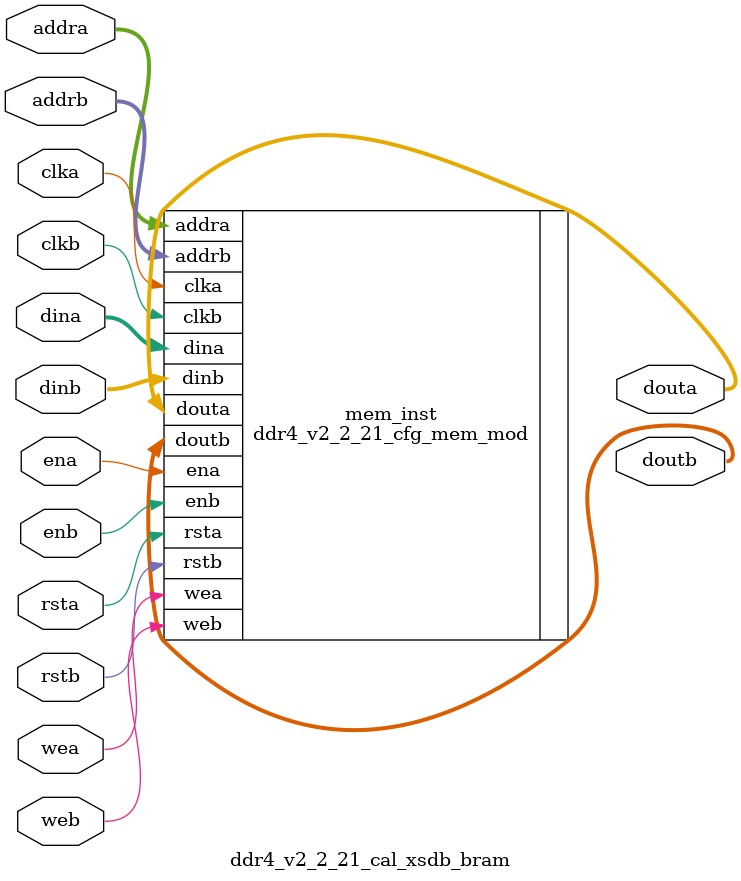
<source format=sv>
/******************************************************************************

******************************************************************************/
//   ____  ____
//  /   /\/   /
// /___/  \  /    Vendor             : AMD
// \   \   \/     Version            : 2.0
//  \   \         Application        : MIG
//  /   /         Filename           : ddr4_v2_2_21_cal_xsdb_bram.sv
// /___/   /\     Date Last Modified : $Date: 2015/04/23 $
// \   \  /  \    Date Created       : Tue May 13 2014
//  \___\/\___\
//
// Device           : UltraScale
// Design Name      : DDR4 SDRAM & DDR3 SDRAM
// Purpose          :
//                   ddr4_v2_2_21_cal_xsdb_bram module
// Reference        :
// Revision History :
//*****************************************************************************
`timescale 1ns / 1ps

(* bram_map="yes" *)

module ddr4_v2_2_21_cal_xsdb_bram
    #(	
    
		parameter       	  MEM                        	  =  "DDR4"
		,parameter       	  DBYTES                     	  =  8 //4
		,parameter            START_ADDRESS                   =  18
		,parameter  		  SPREAD_SHEET_VERSION            =  2
		,parameter            RTL_VERSION                     =  0
		,parameter            MEM_CODE                        =  0
		,parameter  		  MEMORY_TYPE                     =  (MEM == "DDR4") ? 2 : 1
		,parameter            MEMORY_CONFIGURATION            =  1
		,parameter            MEMORY_VOLTAGE                  =  1
        ,parameter            CLKFBOUT_MULT_PLL               =  4
        ,parameter            DIVCLK_DIVIDE_PLL               =  1
        ,parameter            CLKOUT0_DIVIDE_PLL              =  1
        ,parameter            CLKFBOUT_MULT_MMCM              =  4
        ,parameter            DIVCLK_DIVIDE_MMCM              =  1
        ,parameter            CLKOUT0_DIVIDE_MMCM             =  4
		,parameter  		  DQBITS	                      =  64
		,parameter			  NIBBLE                          =  DQBITS/4
		,parameter  		  BITS_PER_BYTE                   =  8 //DQBITS/DBYTES
		,parameter  		  SLOTS                   =  1
		,parameter  		  ABITS                           =  10
		,parameter  		  BABITS                          =  2
		,parameter       	  BGBITS              	          =  2
		,parameter       	  CKEBITS                  		  =  4
		,parameter       	  CSBITS             	          =  4
		,parameter       	  ODTBITS                    	  =  4
		,parameter       	  DRAM_WIDTH                 	  =  8      // # of DQ per DQS
		,parameter       	  RANKS                      	  =  4 // 1      //1, 2, 3, or 4
		,parameter            S_HEIGHT                        =  1
		,parameter       	  nCK_PER_CLK                	  =  1      // # of memory CKs per fabric CLK
        ,parameter            tCK                             =  2000		
		,parameter       	  DM_DBI_SETTING             	  =  7     //// 3bits requried all 7
		,parameter            BISC_EN                         =  0
		,parameter       	  USE_CS_PORT             	      =  1     //// 1 bit
		,parameter            EXTRA_CMD_DELAY                 =  0     //// 1 bit
		,parameter            REG_CTRL_ON                     =  0     // RDIMM register control
		,parameter            CA_MIRROR                       =  0     //// 1 bit
		,parameter       	  DQS_GATE                   	  =  7
		,parameter       	  WRLVL                      	  =  7
		,parameter       	  RDLVL                      	  =  7
		,parameter       	  RDLVL_DBI                       =  7
		,parameter       	  WR_DQS_DQ                  	  =  7
		,parameter       	  WR_DQS_DM_DBI                   =  7
		,parameter            WRITE_LAT                       =  7
		,parameter       	  RDLVL_COMPLEX                   =  3     ///2 bits required all 3
		,parameter       	  WR_DQS_COMPLEX                  =  3     ///2 bits required all 3
		,parameter       	  DQS_TRACKING               	  =  3
		,parameter       	  RD_VREF                    	  =  3
		,parameter       	  RD_VREF_PATTERN                 =  3
		,parameter       	  WR_VREF                    	  =  3
		,parameter       	  WR_VREF_PATTERN                 =  3
		,parameter       	  DQS_SAMPLE_CNT             	  =  127
		,parameter       	  WRLVL_SAMPLE_CNT           	  =  255
		,parameter       	  RDLVL_SAMPLE_CNT           	  =  127
		,parameter       	  COMPLEX_LOOP_CNT           	  =  255
		,parameter       	  IODELAY_QTR_CK_TAP_CNT     	  =  255
		,parameter       	  DEBUG_MESSAGES     	          =  0
		,parameter         	  MR0                     		  =  13'b0000000110000
		,parameter         	  MR1                     		  =  13'b0000100000001 //RTT_NOM=RZQ/4 (60 Ohm)
		,parameter         	  MR2                     		  =  13'b0000000011000
		,parameter         	  MR3                     		  =  13'b0000000000000
		,parameter         	  MR4                     		  =  13'b0000000000000
		,parameter         	  MR5                     		  =  13'b0010000000000
		,parameter         	  MR6                     		  =  13'b0100000000000
		,parameter            ODTWR                           = 16'h0000
		,parameter            ODTRD                           = 16'h0000
		,parameter            SLOT0_CONFIG                    = 0     // all 9 bits
		,parameter            SLOT1_CONFIG                    = 0     // all 9 bits
		,parameter            SLOT0_FUNC_CS                   = 0     // all 9 bits
		,parameter            SLOT1_FUNC_CS                   = 0     // all 9 bits
		,parameter            SLOT0_ODD_CS                    = 0     // all 9 bits
		,parameter            SLOT1_ODD_CS                    = 0     // all 9 bits
		,parameter            DDR4_REG_RC03                   = 0     // all 9 bits
		,parameter            DDR4_REG_RC04                   = 0     // all 9 bits
		,parameter            DDR4_REG_RC05                   = 0     // all 9 bits
		,parameter            DDR4_REG_RC3X                   = 0     // all 9 bits
		
		,parameter         	  MR0_0                   		  =  MR0[8:0]
		,parameter         	  MR0_1                   		  =  {5'b0,MR0[12:9]}
		,parameter         	  MR1_0                   		  =  MR1[8:0]
		,parameter         	  MR1_1                   		  =  {5'b0,MR1[12:9]}
		,parameter         	  MR2_0                   	 	  =  MR2[8:0]
		,parameter         	  MR2_1                   		  =  {5'b0,MR2[12:9]}
		,parameter         	  MR3_0                   		  =  MR3[8:0]
		,parameter         	  MR3_1                   		  =  {5'b0,MR3[12:9]}
		,parameter         	  MR4_0                   		  =  MR4[8:0]
		,parameter         	  MR4_1                   		  =  {5'b0,MR4[12:9]}
		,parameter         	  MR5_0                   		  =  MR5[8:0]
		,parameter         	  MR5_1                   		  =  {5'b0,MR5[12:9]}
		,parameter         	  MR6_0                   		  =  MR6[8:0]
		,parameter         	  MR6_1                   		  =  {5'b0,MR6[12:9]}
  
       ,parameter NUM_BRAMS    = 1
	   ,parameter SIZE         = 36 * 1024 * NUM_BRAMS
    // Specify INITs as 9 bit blocks (256 locations per blockRAM)
       ,parameter ADDR_WIDTH   = 16
	   ,parameter DATA_WIDTH   = 9
       ,parameter PIPELINE_REG = 1 
    )
  (
	
		clka,
		clkb,
		ena,
		enb,
		addra,
		addrb,
		dina,
		dinb,
		douta,
		doutb,
		wea,
		web,
		rsta,
		rstb
);
input clka;
input clkb;
input ena;
input enb;
input [ADDR_WIDTH-1:0]addra;
input [ADDR_WIDTH-1:0]addrb;
input [DATA_WIDTH-1:0]dina;
input [DATA_WIDTH-1:0]dinb;
input wea;
input web;
input rsta;
input rstb;
output reg [DATA_WIDTH-1:0]douta;
output reg [DATA_WIDTH-1:0]doutb;


// Initial values to the BlockRam 0
localparam [8:0] mem0_init_0 = {4'b0,START_ADDRESS[4:0]};
localparam [8:0] mem0_init_1 = 9'b0;
localparam [8:0] mem0_init_2 = 9'b0;
localparam [8:0] mem0_init_3 = {5'b0,SPREAD_SHEET_VERSION[3:0]};
localparam [8:0] mem0_init_4 = {6'b0,MEMORY_TYPE[2:0]};
localparam [8:0] mem0_init_5 = RANKS;
localparam [8:0] mem0_init_6 = DBYTES[8:0]; // MAN - repeats DBYTES parameter (may hardwire to BYTES for initial SW compatability)
localparam [8:0] mem0_init_7 = NIBBLE[8:0];
localparam [8:0] mem0_init_8 = BITS_PER_BYTE[8:0];
localparam [8:0] mem0_init_9 = 9'b1;
localparam [8:0] mem0_init_10 = 9'b1;
localparam [8:0] mem0_init_11 = 9'b1;
localparam [8:0] mem0_init_12 = SLOTS;
localparam [8:0] mem0_init_13 = 9'b0;
localparam [8:0] mem0_init_14 = 9'b0;
localparam [8:0] mem0_init_15 = 9'b0;
localparam [8:0] mem0_init_16 = 9'b0;
localparam [8:0] mem0_init_17 = 9'b0;
localparam [8:0] mem0_init_18 = RTL_VERSION[8:0];
localparam [8:0] mem0_init_19 = 9'b0;
localparam [8:0] mem0_init_20 = NUM_BRAMS[8:0];
localparam [8:0] mem0_init_21 = {BGBITS[1:0],BABITS[1:0],ABITS[4:0]};
localparam [8:0] mem0_init_22 = {ODTBITS[2:0],CSBITS[2:0],CKEBITS[2:0]};
localparam [8:0] mem0_init_23 = DBYTES[8:0];
localparam [8:0] mem0_init_24 = DRAM_WIDTH[8:0];
localparam [8:0] mem0_init_25 = {CA_MIRROR[0],REG_CTRL_ON[0],EXTRA_CMD_DELAY[0],USE_CS_PORT[0],BISC_EN[0],DM_DBI_SETTING[2:0],nCK_PER_CLK[0]};
localparam [8:0] mem0_init_26 = {RDLVL[2:0],WRLVL[2:0],DQS_GATE[2:0]};
localparam [8:0] mem0_init_27 = {WR_DQS_DM_DBI[2:0],WR_DQS_DQ[2:0],RDLVL_DBI[2:0]};
localparam [8:0] mem0_init_28 = {WR_DQS_COMPLEX[2:0],RDLVL_COMPLEX[2:0],WRITE_LAT[2:0]};
localparam [8:0] mem0_init_29 = {DEBUG_MESSAGES[0],RD_VREF_PATTERN[1:0],WR_VREF_PATTERN[1:0],RD_VREF[1:0],WR_VREF[1:0]};
localparam [8:0] mem0_init_30 = {7'b0,DQS_TRACKING[1:0]};
localparam [8:0] mem0_init_31 = DQS_SAMPLE_CNT[8:0];
localparam [8:0] mem0_init_32 = WRLVL_SAMPLE_CNT[8:0];
localparam [8:0] mem0_init_33 = RDLVL_SAMPLE_CNT[8:0];
localparam [8:0] mem0_init_34 = COMPLEX_LOOP_CNT[8:0];
localparam [8:0] mem0_init_35 = IODELAY_QTR_CK_TAP_CNT[8:0];
localparam [8:0] mem0_init_36 = {5'b0,S_HEIGHT[3:0]};
localparam [8:0] mem0_init_37 = 9'b0;
localparam [8:0] mem0_init_38 = 9'b0;
localparam [8:0] mem0_init_39 = 9'b0;
localparam [8:0] mem0_init_40 = {1'b0, ODTWR[7:0]};
localparam [8:0] mem0_init_41 = {1'b0, ODTWR[15:8]};
localparam [8:0] mem0_init_42 = {1'b0, ODTRD[7:0]};
localparam [8:0] mem0_init_43 = {1'b0, ODTRD[15:8]};
localparam [8:0] mem0_init_44 = SLOT0_CONFIG;
localparam [8:0] mem0_init_45 = SLOT1_CONFIG;
localparam [8:0] mem0_init_46 = SLOT0_FUNC_CS;
localparam [8:0] mem0_init_47 = SLOT1_FUNC_CS;
localparam [8:0] mem0_init_48 = SLOT0_ODD_CS;
localparam [8:0] mem0_init_49 = SLOT1_ODD_CS;
localparam [8:0] mem0_init_50 = DDR4_REG_RC03;
localparam [8:0] mem0_init_51 = DDR4_REG_RC04;
localparam [8:0] mem0_init_52 = DDR4_REG_RC05;
localparam [8:0] mem0_init_53 = DDR4_REG_RC3X;
localparam [8:0] mem0_init_54 = MR0_0[8:0];
localparam [8:0] mem0_init_55 = MR0_1[8:0];
localparam [8:0] mem0_init_56 = MR1_0[8:0];
localparam [8:0] mem0_init_57 = MR1_1[8:0];
localparam [8:0] mem0_init_58 = MR2_0[8:0];
localparam [8:0] mem0_init_59 = MR2_1[8:0];
localparam [8:0] mem0_init_60 = MR3_0[8:0];
localparam [8:0] mem0_init_61 = MR3_1[8:0];
localparam [8:0] mem0_init_62 = MR4_0[8:0];
localparam [8:0] mem0_init_63 = MR4_1[8:0];
localparam [8:0] mem0_init_64 = MR5_0[8:0];
localparam [8:0] mem0_init_65 = MR5_1[8:0];
localparam [8:0] mem0_init_66 = MR6_0[8:0];
localparam [8:0] mem0_init_67 = MR6_1[8:0];
localparam [8:0] mem0_init_68 = 9'b0;
localparam [8:0] mem0_init_69 = tCK[8:0];
localparam [8:0] mem0_init_70 = tCK[16:9];
localparam [8:0] mem0_init_71 = MEMORY_CONFIGURATION[8:0];
localparam [8:0] mem0_init_72 = MEMORY_VOLTAGE[8:0];
localparam [8:0] mem0_init_73 = CLKFBOUT_MULT_PLL[8:0];
localparam [8:0] mem0_init_74 = DIVCLK_DIVIDE_PLL[8:0];
localparam [8:0] mem0_init_75 = CLKFBOUT_MULT_MMCM[8:0];
localparam [8:0] mem0_init_76 = DIVCLK_DIVIDE_MMCM[8:0];
localparam [8:0] mem0_init_77 = 9'b0;
localparam [8:0] mem0_init_78 = 9'b0;
localparam [8:0] mem0_init_79 = 9'b0;
localparam [8:0] mem0_init_80 = 9'b0;
localparam [8:0] mem0_init_81 = 9'b0;
localparam [8:0] mem0_init_82 = 9'b0;
localparam [8:0] mem0_init_83 = 9'b0;
localparam [8:0] mem0_init_84 = 9'b0;
localparam [8:0] mem0_init_85 = 9'b0;
localparam [8:0] mem0_init_86 = 9'b0;
localparam [8:0] mem0_init_87 = 9'b0;
localparam [8:0] mem0_init_88 = 9'b0;
localparam [8:0] mem0_init_89 = 9'b0;
localparam [8:0] mem0_init_90 = 9'b0;
localparam [8:0] mem0_init_91 = 9'b0;
localparam [8:0] mem0_init_92 = 9'b0;
localparam [8:0] mem0_init_93 = 9'b0;
localparam [8:0] mem0_init_94 = 9'b0;
localparam [8:0] mem0_init_95 = 9'b0;
localparam [8:0] mem0_init_96 = 9'b0;
localparam [8:0] mem0_init_97 = 9'b0;
localparam [8:0] mem0_init_98 = 9'b0;
localparam [8:0] mem0_init_99 = 9'b0;
localparam [8:0] mem0_init_100 = 9'b0;
localparam [8:0] mem0_init_101 = 9'b0;
localparam [8:0] mem0_init_102 = 9'b0;
localparam [8:0] mem0_init_103 = 9'b0;
localparam [8:0] mem0_init_104 = 9'b0;
localparam [8:0] mem0_init_105 = 9'b0;
localparam [8:0] mem0_init_106 = 9'b0;
localparam [8:0] mem0_init_107 = 9'b0;
localparam [8:0] mem0_init_108 = 9'b0;
localparam [8:0] mem0_init_109 = 9'b0;
localparam [8:0] mem0_init_110 = 9'b0;
localparam [8:0] mem0_init_111 = 9'b0;
localparam [8:0] mem0_init_112 = 9'b0;
localparam [8:0] mem0_init_113 = 9'b0;
localparam [8:0] mem0_init_114 = 9'b0;
localparam [8:0] mem0_init_115 = 9'b0;
localparam [8:0] mem0_init_116 = 9'b0;
localparam [8:0] mem0_init_117 = 9'b0;
localparam [8:0] mem0_init_118 = 9'b0;
localparam [8:0] mem0_init_119 = 9'b0;
localparam [8:0] mem0_init_120 = 9'b0;
localparam [8:0] mem0_init_121 = 9'b0;
localparam [8:0] mem0_init_122 = 9'b0;
localparam [8:0] mem0_init_123 = 9'b0;
localparam [8:0] mem0_init_124 = 9'b0;
localparam [8:0] mem0_init_125 = 9'b0;
localparam [8:0] mem0_init_126 = 9'b0;
localparam [8:0] mem0_init_127 = 9'b0;
localparam [8:0] mem0_init_128 = 9'b0;
localparam [8:0] mem0_init_129 = 9'b0;
localparam [8:0] mem0_init_130 = 9'b0;
localparam [8:0] mem0_init_131 = 9'b0;
localparam [8:0] mem0_init_132 = 9'b0;
localparam [8:0] mem0_init_133 = 9'b0;
localparam [8:0] mem0_init_134 = 9'b0;
localparam [8:0] mem0_init_135 = 9'b0;
localparam [8:0] mem0_init_136 = 9'b0;
localparam [8:0] mem0_init_137 = 9'b0;
localparam [8:0] mem0_init_138 = 9'b0;
localparam [8:0] mem0_init_139 = 9'b0;
localparam [8:0] mem0_init_140 = 9'b0;
localparam [8:0] mem0_init_141 = 9'b0;
localparam [8:0] mem0_init_142 = 9'b0;
localparam [8:0] mem0_init_143 = 9'b0;
localparam [8:0] mem0_init_144 = 9'b0;
localparam [8:0] mem0_init_145 = 9'b0;
localparam [8:0] mem0_init_146 = 9'b0;
localparam [8:0] mem0_init_147 = 9'b0;
localparam [8:0] mem0_init_148 = 9'b0;
localparam [8:0] mem0_init_149 = 9'b0;
localparam [8:0] mem0_init_150 = 9'b0;
localparam [8:0] mem0_init_151 = 9'b0;
localparam [8:0] mem0_init_152 = 9'b0;
localparam [8:0] mem0_init_153 = 9'b0;
localparam [8:0] mem0_init_154 = 9'b0;
localparam [8:0] mem0_init_155 = 9'b0;
localparam [8:0] mem0_init_156 = 9'b0;
localparam [8:0] mem0_init_157 = 9'b0;
localparam [8:0] mem0_init_158 = 9'b0;
localparam [8:0] mem0_init_159 = 9'b0;
localparam [8:0] mem0_init_160 = 9'b0;
localparam [8:0] mem0_init_161 = 9'b0;
localparam [8:0] mem0_init_162 = 9'b0;
localparam [8:0] mem0_init_163 = 9'b0;
localparam [8:0] mem0_init_164 = 9'b0;
localparam [8:0] mem0_init_165 = 9'b0;
localparam [8:0] mem0_init_166 = 9'b0;
localparam [8:0] mem0_init_167 = 9'b0;
localparam [8:0] mem0_init_168 = 9'b0;
localparam [8:0] mem0_init_169 = 9'b0;
localparam [8:0] mem0_init_170 = 9'b0;
localparam [8:0] mem0_init_171 = 9'b0;
localparam [8:0] mem0_init_172 = 9'b0;
localparam [8:0] mem0_init_173 = 9'b0;
localparam [8:0] mem0_init_174 = 9'b0;
localparam [8:0] mem0_init_175 = 9'b0;
localparam [8:0] mem0_init_176 = 9'b0;
localparam [8:0] mem0_init_177 = 9'b0;
localparam [8:0] mem0_init_178 = 9'b0;
localparam [8:0] mem0_init_179 = 9'b0;
localparam [8:0] mem0_init_180 = 9'b0;
localparam [8:0] mem0_init_181 = 9'b0;
localparam [8:0] mem0_init_182 = 9'b0;
localparam [8:0] mem0_init_183 = 9'b0;
localparam [8:0] mem0_init_184 = 9'b0;
localparam [8:0] mem0_init_185 = 9'b0;
localparam [8:0] mem0_init_186 = 9'b0;
localparam [8:0] mem0_init_187 = 9'b0;
localparam [8:0] mem0_init_188 = 9'b0;
localparam [8:0] mem0_init_189 = 9'b0;
localparam [8:0] mem0_init_190 = 9'b0;
localparam [8:0] mem0_init_191 = 9'b0;
localparam [8:0] mem0_init_192 = 9'b0;
localparam [8:0] mem0_init_193 = 9'b0;
localparam [8:0] mem0_init_194 = 9'b0;
localparam [8:0] mem0_init_195 = 9'b0;
localparam [8:0] mem0_init_196 = 9'b0;
localparam [8:0] mem0_init_197 = 9'b0;
localparam [8:0] mem0_init_198 = 9'b0;
localparam [8:0] mem0_init_199 = 9'b0;
localparam [8:0] mem0_init_200 = 9'b0;
localparam [8:0] mem0_init_201 = 9'b0;
localparam [8:0] mem0_init_202 = 9'b0;
localparam [8:0] mem0_init_203 = 9'b0;
localparam [8:0] mem0_init_204 = 9'b0;
localparam [8:0] mem0_init_205 = 9'b0;
localparam [8:0] mem0_init_206 = 9'b0;
localparam [8:0] mem0_init_207 = 9'b0;
localparam [8:0] mem0_init_208 = 9'b0;
localparam [8:0] mem0_init_209 = 9'b0;
localparam [8:0] mem0_init_210 = 9'b0;
localparam [8:0] mem0_init_211 = 9'b0;
localparam [8:0] mem0_init_212 = 9'b0;
localparam [8:0] mem0_init_213 = 9'b0;
localparam [8:0] mem0_init_214 = 9'b0;
localparam [8:0] mem0_init_215 = 9'b0;
localparam [8:0] mem0_init_216 = 9'b0;
localparam [8:0] mem0_init_217 = 9'b0;
localparam [8:0] mem0_init_218 = 9'b0;
localparam [8:0] mem0_init_219 = 9'b0;
localparam [8:0] mem0_init_220 = 9'b0;
localparam [8:0] mem0_init_221 = 9'b0;
localparam [8:0] mem0_init_222 = 9'b0;
localparam [8:0] mem0_init_223 = 9'b0;
localparam [8:0] mem0_init_224 = 9'b0;
localparam [8:0] mem0_init_225 = 9'b0;
localparam [8:0] mem0_init_226 = 9'b0;
localparam [8:0] mem0_init_227 = 9'b0;
localparam [8:0] mem0_init_228 = 9'b0;
localparam [8:0] mem0_init_229 = 9'b0;
localparam [8:0] mem0_init_230 = 9'b0;
localparam [8:0] mem0_init_231 = 9'b0;
localparam [8:0] mem0_init_232 = 9'b0;
localparam [8:0] mem0_init_233 = 9'b0;
localparam [8:0] mem0_init_234 = 9'b0;
localparam [8:0] mem0_init_235 = 9'b0;
localparam [8:0] mem0_init_236 = 9'b0;
localparam [8:0] mem0_init_237 = 9'b0;
localparam [8:0] mem0_init_238 = 9'b0;
localparam [8:0] mem0_init_239 = 9'b0;
localparam [8:0] mem0_init_240 = 9'b0;
localparam [8:0] mem0_init_241 = 9'b0;
localparam [8:0] mem0_init_242 = 9'b0;
localparam [8:0] mem0_init_243 = 9'b0;
localparam [8:0] mem0_init_244 = 9'b0;
localparam [8:0] mem0_init_245 = 9'b0;
localparam [8:0] mem0_init_246 = 9'b0;
localparam [8:0] mem0_init_247 = 9'b0;
localparam [8:0] mem0_init_248 = 9'b0;
localparam [8:0] mem0_init_249 = 9'b0;
localparam [8:0] mem0_init_250 = 9'b0;
localparam [8:0] mem0_init_251 = 9'b0;
localparam [8:0] mem0_init_252 = 9'b0;
localparam [8:0] mem0_init_253 = 9'b0;
localparam [8:0] mem0_init_254 = 9'b0;
localparam [8:0] mem0_init_255 = 9'b0;

localparam [256*9-1:0] INIT_BRAM0 = {mem0_init_255,mem0_init_254,mem0_init_253,mem0_init_252,mem0_init_251,mem0_init_250,mem0_init_249,mem0_init_248,mem0_init_247,mem0_init_246,mem0_init_245,mem0_init_244,mem0_init_243,mem0_init_242,mem0_init_241,mem0_init_240,mem0_init_239,mem0_init_238,mem0_init_237,mem0_init_236,mem0_init_235,mem0_init_234,mem0_init_233,mem0_init_232,mem0_init_231,mem0_init_230,mem0_init_229,mem0_init_228,mem0_init_227,mem0_init_226,mem0_init_225,mem0_init_224,mem0_init_223,mem0_init_222,mem0_init_221,mem0_init_220,mem0_init_219,mem0_init_218,mem0_init_217,mem0_init_216,mem0_init_215,mem0_init_214,mem0_init_213,mem0_init_212,mem0_init_211,mem0_init_210,mem0_init_209,mem0_init_208,mem0_init_207,mem0_init_206,mem0_init_205,mem0_init_204,mem0_init_203,mem0_init_202,mem0_init_201,mem0_init_200,mem0_init_199,mem0_init_198,mem0_init_197,mem0_init_196,mem0_init_195,mem0_init_194,mem0_init_193,mem0_init_192,mem0_init_191,mem0_init_190,mem0_init_189,mem0_init_188,mem0_init_187,mem0_init_186,mem0_init_185,mem0_init_184,mem0_init_183,mem0_init_182,mem0_init_181,mem0_init_180,mem0_init_179,mem0_init_178,mem0_init_177,mem0_init_176,mem0_init_175,mem0_init_174,mem0_init_173,mem0_init_172,mem0_init_171,mem0_init_170,mem0_init_169,mem0_init_168,mem0_init_167,mem0_init_166,mem0_init_165,mem0_init_164,mem0_init_163,mem0_init_162,mem0_init_161,mem0_init_160,mem0_init_159,mem0_init_158,mem0_init_157,mem0_init_156,mem0_init_155,mem0_init_154,mem0_init_153,mem0_init_152,mem0_init_151,mem0_init_150,mem0_init_149,mem0_init_148,mem0_init_147,mem0_init_146,mem0_init_145,mem0_init_144,mem0_init_143,mem0_init_142,mem0_init_141,mem0_init_140,mem0_init_139,mem0_init_138,mem0_init_137,mem0_init_136,mem0_init_135,mem0_init_134,mem0_init_133,mem0_init_132,mem0_init_131,mem0_init_130,mem0_init_129,mem0_init_128,mem0_init_127,mem0_init_126,mem0_init_125,mem0_init_124,mem0_init_123,mem0_init_122,mem0_init_121,mem0_init_120,mem0_init_119,mem0_init_118,mem0_init_117,mem0_init_116,mem0_init_115,mem0_init_114,mem0_init_113,mem0_init_112,mem0_init_111,mem0_init_110,mem0_init_109,mem0_init_108,mem0_init_107,mem0_init_106,mem0_init_105,mem0_init_104,mem0_init_103,mem0_init_102,mem0_init_101,mem0_init_100,mem0_init_99,mem0_init_98,mem0_init_97,mem0_init_96,mem0_init_95,mem0_init_94,mem0_init_93,mem0_init_92,mem0_init_91,mem0_init_90,mem0_init_89,mem0_init_88,mem0_init_87,mem0_init_86,mem0_init_85,mem0_init_84,mem0_init_83,mem0_init_82,mem0_init_81,mem0_init_80,mem0_init_79,mem0_init_78,mem0_init_77,mem0_init_76,mem0_init_75,mem0_init_74,mem0_init_73,mem0_init_72,mem0_init_71,mem0_init_70,mem0_init_69,mem0_init_68,mem0_init_67,mem0_init_66,mem0_init_65,mem0_init_64,mem0_init_63,mem0_init_62,mem0_init_61,mem0_init_60,mem0_init_59,mem0_init_58,mem0_init_57,mem0_init_56,mem0_init_55,mem0_init_54,mem0_init_53,mem0_init_52,mem0_init_51,mem0_init_50,mem0_init_49,mem0_init_48,mem0_init_47,mem0_init_46,mem0_init_45,mem0_init_44,mem0_init_43,mem0_init_42,mem0_init_41,mem0_init_40,mem0_init_39,mem0_init_38,mem0_init_37,mem0_init_36,mem0_init_35,mem0_init_34,mem0_init_33,mem0_init_32,mem0_init_31,mem0_init_30,mem0_init_29,mem0_init_28,mem0_init_27,mem0_init_26,mem0_init_25,mem0_init_24,mem0_init_23,mem0_init_22,mem0_init_21,mem0_init_20,mem0_init_19,mem0_init_18,mem0_init_17,mem0_init_16,mem0_init_15,mem0_init_14,mem0_init_13,mem0_init_12,mem0_init_11,mem0_init_10,mem0_init_9,mem0_init_8,mem0_init_7,mem0_init_6,mem0_init_5,mem0_init_4,mem0_init_3,mem0_init_2,mem0_init_1,mem0_init_0};

// Populate INIT's for rest of BlockRAMs if required
localparam [256*9*NUM_BRAMS-1:0] INIT = ( NUM_BRAMS == 1 ) ? INIT_BRAM0 : ( NUM_BRAMS == 2 ) ? {2304'b0 ,INIT_BRAM0} : {{2{2304'b0}} ,INIT_BRAM0};

ddr4_v2_2_21_cfg_mem_mod # (
               .SIZE(SIZE),
               .INIT(INIT),
               .ADDR_WIDTH(ADDR_WIDTH),
               .DATA_WIDTH(9),
               .PIPELINE_REG(PIPELINE_REG)
              )
     mem_inst (
                .clka(clka),
                .clkb(clkb),
                .ena(ena),
                .enb(enb),
                .addra(addra),
                .addrb(addrb),
                .dina(dina),
                .dinb(dinb),
                .wea(wea),
                .web(web),
                .rsta(rsta),
                .rstb(rstb),
                .douta(douta),
                .doutb(doutb)
               );

endmodule


</source>
